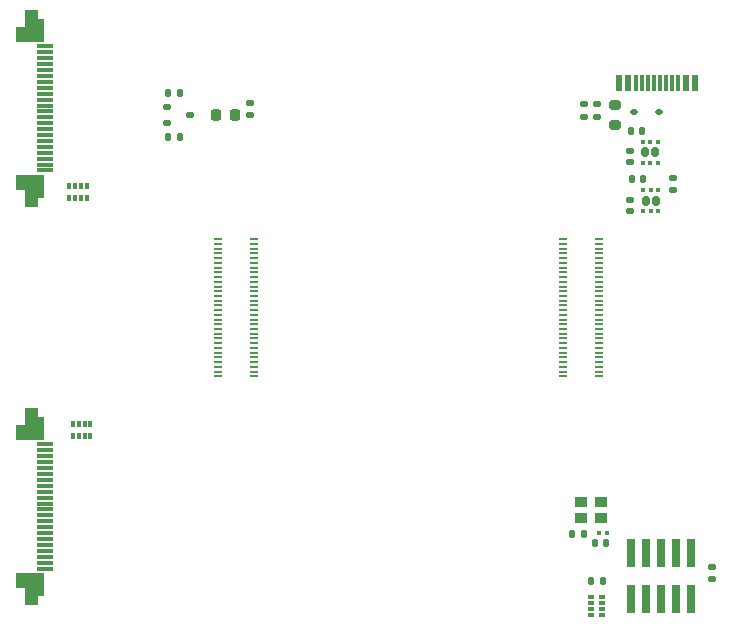
<source format=gbr>
%TF.GenerationSoftware,KiCad,Pcbnew,9.0.2*%
%TF.CreationDate,2025-11-14T17:37:25-08:00*%
%TF.ProjectId,nx-module-breakout,6e782d6d-6f64-4756-9c65-2d627265616b,rev?*%
%TF.SameCoordinates,Original*%
%TF.FileFunction,Paste,Top*%
%TF.FilePolarity,Positive*%
%FSLAX46Y46*%
G04 Gerber Fmt 4.6, Leading zero omitted, Abs format (unit mm)*
G04 Created by KiCad (PCBNEW 9.0.2) date 2025-11-14 17:37:25*
%MOMM*%
%LPD*%
G01*
G04 APERTURE LIST*
G04 Aperture macros list*
%AMRoundRect*
0 Rectangle with rounded corners*
0 $1 Rounding radius*
0 $2 $3 $4 $5 $6 $7 $8 $9 X,Y pos of 4 corners*
0 Add a 4 corners polygon primitive as box body*
4,1,4,$2,$3,$4,$5,$6,$7,$8,$9,$2,$3,0*
0 Add four circle primitives for the rounded corners*
1,1,$1+$1,$2,$3*
1,1,$1+$1,$4,$5*
1,1,$1+$1,$6,$7*
1,1,$1+$1,$8,$9*
0 Add four rect primitives between the rounded corners*
20,1,$1+$1,$2,$3,$4,$5,0*
20,1,$1+$1,$4,$5,$6,$7,0*
20,1,$1+$1,$6,$7,$8,$9,0*
20,1,$1+$1,$8,$9,$2,$3,0*%
%AMFreePoly0*
4,1,21,0.628536,0.903536,0.630000,0.900000,0.630000,0.405000,1.325000,0.405000,1.328536,0.403536,1.330000,0.400000,1.330000,-0.700000,1.328536,-0.703536,1.325000,-0.705000,-0.070000,-0.705000,-0.070000,-1.400000,-0.071464,-1.403536,-0.075000,-1.405000,-1.325000,-1.405000,-1.328536,-1.403536,-1.330000,-1.400000,-1.330000,0.900000,-1.328536,0.903536,-1.325000,0.905000,0.625000,0.905000,
0.628536,0.903536,0.628536,0.903536,$1*%
%AMFreePoly1*
4,1,21,1.328536,0.903536,1.330000,0.900000,1.330000,-1.400000,1.328536,-1.403536,1.325000,-1.405000,0.075000,-1.405000,0.071464,-1.403536,0.070000,-1.400000,0.070000,-0.705000,-1.325000,-0.705000,-1.328536,-0.703536,-1.330000,-0.700000,-1.330000,0.400000,-1.328536,0.403536,-1.325000,0.405000,-0.630000,0.405000,-0.630000,0.900000,-0.628536,0.903536,-0.625000,0.905000,1.325000,0.905000,
1.328536,0.903536,1.328536,0.903536,$1*%
G04 Aperture macros list end*
%ADD10RoundRect,0.079500X-0.079500X-0.100500X0.079500X-0.100500X0.079500X0.100500X-0.079500X0.100500X0*%
%ADD11RoundRect,0.140000X0.170000X-0.140000X0.170000X0.140000X-0.170000X0.140000X-0.170000X-0.140000X0*%
%ADD12RoundRect,0.218750X-0.218750X-0.256250X0.218750X-0.256250X0.218750X0.256250X-0.218750X0.256250X0*%
%ADD13RoundRect,0.135000X-0.135000X-0.185000X0.135000X-0.185000X0.135000X0.185000X-0.135000X0.185000X0*%
%ADD14RoundRect,0.200000X0.275000X-0.200000X0.275000X0.200000X-0.275000X0.200000X-0.275000X-0.200000X0*%
%ADD15R,0.700000X0.200000*%
%ADD16R,0.740000X2.400000*%
%ADD17RoundRect,0.135000X0.135000X0.185000X-0.135000X0.185000X-0.135000X-0.185000X0.135000X-0.185000X0*%
%ADD18RoundRect,0.140000X-0.140000X-0.170000X0.140000X-0.170000X0.140000X0.170000X-0.140000X0.170000X0*%
%ADD19RoundRect,0.112500X-0.237500X0.112500X-0.237500X-0.112500X0.237500X-0.112500X0.237500X0.112500X0*%
%ADD20FreePoly0,270.000000*%
%ADD21FreePoly1,270.000000*%
%ADD22R,1.400000X0.300000*%
%ADD23RoundRect,0.112500X-0.187500X-0.112500X0.187500X-0.112500X0.187500X0.112500X-0.187500X0.112500X0*%
%ADD24RoundRect,0.135000X-0.185000X0.135000X-0.185000X-0.135000X0.185000X-0.135000X0.185000X0.135000X0*%
%ADD25RoundRect,0.140000X0.140000X0.170000X-0.140000X0.170000X-0.140000X-0.170000X0.140000X-0.170000X0*%
%ADD26R,0.400000X0.500000*%
%ADD27R,0.300000X0.500000*%
%ADD28R,0.600000X1.450000*%
%ADD29R,0.300000X1.450000*%
%ADD30RoundRect,0.225000X0.325000X0.225000X-0.325000X0.225000X-0.325000X-0.225000X0.325000X-0.225000X0*%
%ADD31R,0.500000X0.400000*%
%ADD32R,0.500000X0.300000*%
%ADD33RoundRect,0.093750X0.106250X-0.093750X0.106250X0.093750X-0.106250X0.093750X-0.106250X-0.093750X0*%
%ADD34RoundRect,0.160000X0.160000X-0.245000X0.160000X0.245000X-0.160000X0.245000X-0.160000X-0.245000X0*%
G04 APERTURE END LIST*
D10*
%TO.C,C6*%
X168255000Y-131930000D03*
X167565000Y-131930000D03*
%TD*%
D11*
%TO.C,C2*%
X170175000Y-99635002D03*
X170175000Y-100595002D03*
%TD*%
D12*
%TO.C,D5*%
X136727501Y-96605002D03*
X135152499Y-96605002D03*
%TD*%
D13*
%TO.C,R3*%
X132060000Y-98475002D03*
X131040000Y-98475002D03*
%TD*%
D14*
%TO.C,F1*%
X168900000Y-95770002D03*
X168900000Y-97420002D03*
%TD*%
D15*
%TO.C,J5*%
X135300000Y-118700000D03*
X138380000Y-118700000D03*
X135300000Y-118300000D03*
X138380000Y-118300000D03*
X135300000Y-117900000D03*
X138380000Y-117900000D03*
X135300000Y-117500000D03*
X138380000Y-117500000D03*
X135300000Y-117100000D03*
X138380000Y-117100000D03*
X135300000Y-116700000D03*
X138380000Y-116700000D03*
X135300000Y-116300000D03*
X138380000Y-116300000D03*
X135300000Y-115900000D03*
X138380000Y-115900000D03*
X135300000Y-115500000D03*
X138380000Y-115500000D03*
X135300000Y-115100000D03*
X138380000Y-115100000D03*
X135300000Y-114700000D03*
X138380000Y-114700000D03*
X135300000Y-114300000D03*
X138380000Y-114300000D03*
X135300000Y-113900000D03*
X138380000Y-113900000D03*
X135300000Y-113500000D03*
X138380000Y-113500000D03*
X135300000Y-113100000D03*
X138380000Y-113100000D03*
X135300000Y-112700000D03*
X138380000Y-112700000D03*
X135300000Y-112300000D03*
X138380000Y-112300000D03*
X135300000Y-111900000D03*
X138380000Y-111900000D03*
X135300000Y-111500000D03*
X138380000Y-111500000D03*
X135300000Y-111100000D03*
X138380000Y-111100000D03*
X135300000Y-110700000D03*
X138380000Y-110700000D03*
X135300000Y-110300000D03*
X138380000Y-110300000D03*
X135300000Y-109900000D03*
X138380000Y-109900000D03*
X135300000Y-109500000D03*
X138380000Y-109500000D03*
X135300000Y-109100000D03*
X138380000Y-109100000D03*
X135300000Y-108700000D03*
X138380000Y-108700000D03*
X135300000Y-108300000D03*
X138380000Y-108300000D03*
X135300000Y-107900000D03*
X138380000Y-107900000D03*
X135300000Y-107500000D03*
X138380000Y-107500000D03*
X135300000Y-107100000D03*
X138380000Y-107100000D03*
%TD*%
D16*
%TO.C,J10*%
X175314000Y-133655002D03*
X175314000Y-137555002D03*
X174044000Y-133655002D03*
X174044000Y-137555002D03*
X172774000Y-133655002D03*
X172774000Y-137555002D03*
X171504000Y-133655002D03*
X171504000Y-137555002D03*
X170234000Y-133655002D03*
X170234000Y-137555002D03*
%TD*%
D17*
%TO.C,R1*%
X166840001Y-136025002D03*
X167859999Y-136025002D03*
%TD*%
D18*
%TO.C,C5*%
X168180000Y-132810000D03*
X167220000Y-132810000D03*
%TD*%
D17*
%TO.C,R8*%
X165280001Y-132070000D03*
X166299999Y-132070000D03*
%TD*%
D19*
%TO.C,Q1*%
X132950000Y-96575002D03*
X130950000Y-97225002D03*
X130950000Y-95925002D03*
%TD*%
D20*
%TO.C,J6*%
X119650000Y-136750002D03*
D21*
X119650000Y-122700002D03*
D22*
X120650000Y-134975002D03*
X120650000Y-134475002D03*
X120650000Y-133975002D03*
X120650000Y-133475002D03*
X120650000Y-132975002D03*
X120650000Y-132475002D03*
X120650000Y-131975002D03*
X120650000Y-131475002D03*
X120650000Y-130975002D03*
X120650000Y-130475002D03*
X120650000Y-129975002D03*
X120650000Y-129475002D03*
X120650000Y-128975002D03*
X120650000Y-128475002D03*
X120650000Y-127975002D03*
X120650000Y-127475002D03*
X120650000Y-126975002D03*
X120650000Y-126475002D03*
X120650000Y-125975002D03*
X120650000Y-125475002D03*
X120650000Y-124975002D03*
X120650000Y-124475002D03*
%TD*%
D23*
%TO.C,D1*%
X172610000Y-96355002D03*
X170510000Y-96355002D03*
%TD*%
D24*
%TO.C,R7*%
X167350000Y-96705002D03*
X167350000Y-95685002D03*
%TD*%
D13*
%TO.C,R4*%
X132060000Y-94675002D03*
X131040000Y-94675002D03*
%TD*%
D24*
%TO.C,R9*%
X137980000Y-96615001D03*
X137980000Y-95595003D03*
%TD*%
D25*
%TO.C,C3*%
X170340000Y-102035002D03*
X171300000Y-102035002D03*
%TD*%
D26*
%TO.C,RN2*%
X124200000Y-103575002D03*
D27*
X123700000Y-103575002D03*
X123200000Y-103575002D03*
D26*
X122700000Y-103575002D03*
X122700000Y-102575002D03*
D27*
X123200000Y-102575002D03*
X123700000Y-102575002D03*
D26*
X124200000Y-102575002D03*
%TD*%
D28*
%TO.C,J9*%
X175710000Y-93830002D03*
X174910000Y-93830002D03*
D29*
X174210000Y-93830002D03*
X173210000Y-93830002D03*
X171710000Y-93830002D03*
X170710000Y-93830002D03*
D28*
X170010000Y-93830002D03*
X169210000Y-93830002D03*
X169210000Y-93830002D03*
X170010000Y-93830002D03*
D29*
X171210000Y-93830002D03*
X172210000Y-93830002D03*
X172710000Y-93830002D03*
X173710000Y-93830002D03*
D28*
X174910000Y-93830002D03*
X175710000Y-93830002D03*
%TD*%
D25*
%TO.C,C1*%
X170275000Y-97925002D03*
X171235000Y-97925002D03*
%TD*%
D15*
%TO.C,J2*%
X164500000Y-118700000D03*
X167580000Y-118700000D03*
X164500000Y-118300000D03*
X167580000Y-118300000D03*
X164500000Y-117900000D03*
X167580000Y-117900000D03*
X164500000Y-117500000D03*
X167580000Y-117500000D03*
X164500000Y-117100000D03*
X167580000Y-117100000D03*
X164500000Y-116700000D03*
X167580000Y-116700000D03*
X164500000Y-116300000D03*
X167580000Y-116300000D03*
X164500000Y-115900000D03*
X167580000Y-115900000D03*
X164500000Y-115500000D03*
X167580000Y-115500000D03*
X164500000Y-115100000D03*
X167580000Y-115100000D03*
X164500000Y-114700000D03*
X167580000Y-114700000D03*
X164500000Y-114300000D03*
X167580000Y-114300000D03*
X164500000Y-113900000D03*
X167580000Y-113900000D03*
X164500000Y-113500000D03*
X167580000Y-113500000D03*
X164500000Y-113100000D03*
X167580000Y-113100000D03*
X164500000Y-112700000D03*
X167580000Y-112700000D03*
X164500000Y-112300000D03*
X167580000Y-112300000D03*
X164500000Y-111900000D03*
X167580000Y-111900000D03*
X164500000Y-111500000D03*
X167580000Y-111500000D03*
X164500000Y-111100000D03*
X167580000Y-111100000D03*
X164500000Y-110700000D03*
X167580000Y-110700000D03*
X164500000Y-110300000D03*
X167580000Y-110300000D03*
X164500000Y-109900000D03*
X167580000Y-109900000D03*
X164500000Y-109500000D03*
X167580000Y-109500000D03*
X164500000Y-109100000D03*
X167580000Y-109100000D03*
X164500000Y-108700000D03*
X167580000Y-108700000D03*
X164500000Y-108300000D03*
X167580000Y-108300000D03*
X164500000Y-107900000D03*
X167580000Y-107900000D03*
X164500000Y-107500000D03*
X167580000Y-107500000D03*
X164500000Y-107100000D03*
X167580000Y-107100000D03*
%TD*%
D11*
%TO.C,C4*%
X170180000Y-103755002D03*
X170180000Y-104715002D03*
%TD*%
D30*
%TO.C,Y1*%
X167710000Y-130660000D03*
X166010000Y-130660000D03*
X166010000Y-129360000D03*
X167710000Y-129360000D03*
%TD*%
D24*
%TO.C,R6*%
X166250000Y-96705002D03*
X166250000Y-95685002D03*
%TD*%
D31*
%TO.C,RN4*%
X166850001Y-138875002D03*
D32*
X166850000Y-138375002D03*
X166850000Y-137875002D03*
D31*
X166850001Y-137375002D03*
X167849999Y-137375002D03*
D32*
X167850000Y-137875002D03*
X167850000Y-138375002D03*
D31*
X167849999Y-138875002D03*
%TD*%
D20*
%TO.C,J7*%
X119650000Y-103050002D03*
D21*
X119650000Y-89000002D03*
D22*
X120650000Y-101275002D03*
X120650000Y-100775002D03*
X120650000Y-100275002D03*
X120650000Y-99775002D03*
X120650000Y-99275002D03*
X120650000Y-98775002D03*
X120650000Y-98275002D03*
X120650000Y-97775002D03*
X120650000Y-97275002D03*
X120650000Y-96775002D03*
X120650000Y-96275002D03*
X120650000Y-95775002D03*
X120650000Y-95275002D03*
X120650000Y-94775002D03*
X120650000Y-94275002D03*
X120650000Y-93775002D03*
X120650000Y-93275002D03*
X120650000Y-92775002D03*
X120650000Y-92275002D03*
X120650000Y-91775002D03*
X120650000Y-91275002D03*
X120650000Y-90775002D03*
%TD*%
D24*
%TO.C,R2*%
X177150000Y-135885001D03*
X177150000Y-134865003D03*
%TD*%
D33*
%TO.C,U2*%
X171290000Y-102937502D03*
X171940000Y-102937502D03*
X172590000Y-102937502D03*
X172590000Y-104712502D03*
X171940000Y-104712502D03*
X171290000Y-104712502D03*
D34*
X172340000Y-103825002D03*
X171540000Y-103825002D03*
%TD*%
D33*
%TO.C,U1*%
X171240000Y-98827502D03*
X171890000Y-98827502D03*
X172540000Y-98827502D03*
X172540000Y-100602502D03*
X171890000Y-100602502D03*
X171240000Y-100602502D03*
D34*
X172290000Y-99715002D03*
X171490000Y-99715002D03*
%TD*%
D26*
%TO.C,RN1*%
X123000000Y-122775002D03*
D27*
X123500000Y-122775002D03*
X124000000Y-122775002D03*
D26*
X124500000Y-122775002D03*
X124500000Y-123775002D03*
D27*
X124000000Y-123775002D03*
X123500000Y-123775002D03*
D26*
X123000000Y-123775002D03*
%TD*%
D24*
%TO.C,R5*%
X173800000Y-102909999D03*
X173800000Y-101890001D03*
%TD*%
M02*

</source>
